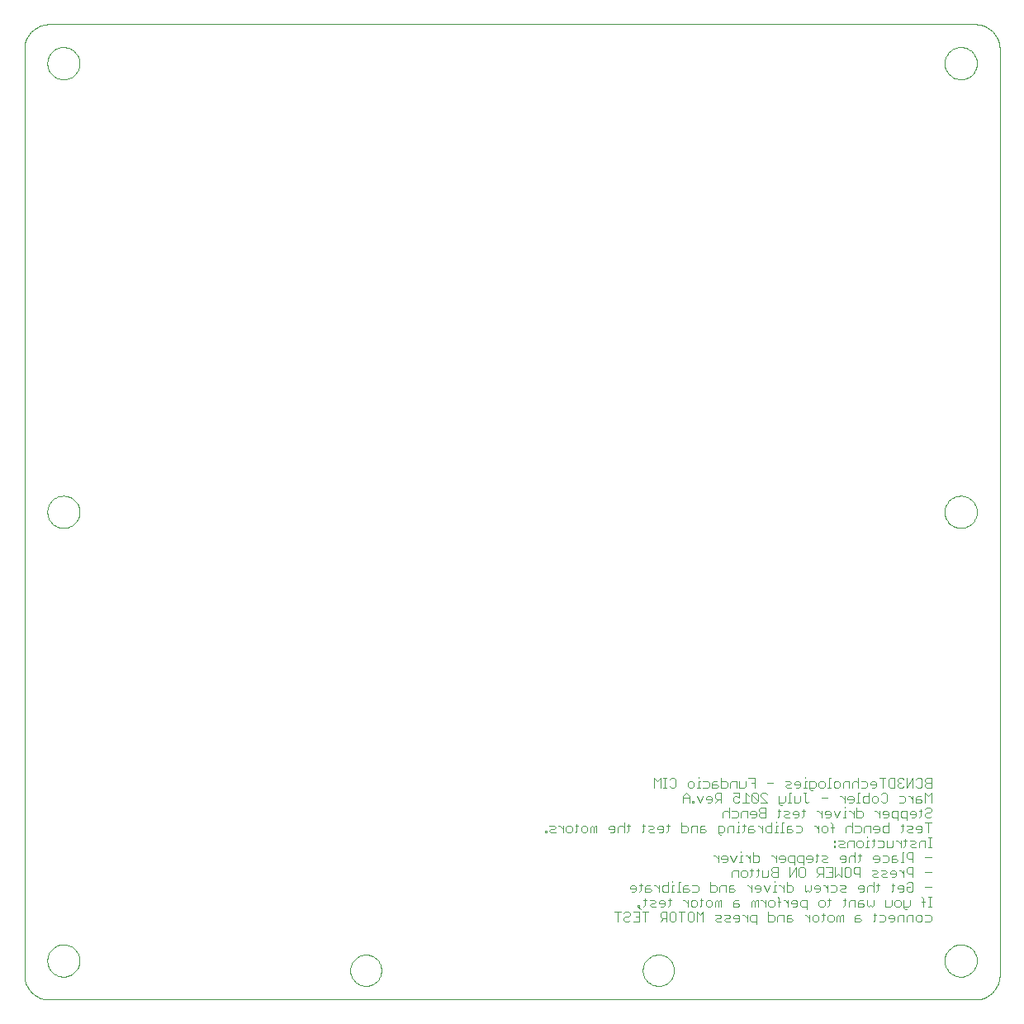
<source format=gbo>
G75*
%MOIN*%
%OFA0B0*%
%FSLAX24Y24*%
%IPPOS*%
%LPD*%
%AMOC8*
5,1,8,0,0,1.08239X$1,22.5*
%
%ADD10C,0.0000*%
%ADD11C,0.0030*%
D10*
X002361Y005618D02*
X039731Y005618D01*
X039791Y005620D01*
X039852Y005625D01*
X039911Y005634D01*
X039970Y005647D01*
X040029Y005663D01*
X040086Y005683D01*
X040141Y005706D01*
X040196Y005733D01*
X040248Y005762D01*
X040299Y005795D01*
X040348Y005831D01*
X040394Y005869D01*
X040438Y005911D01*
X040480Y005955D01*
X040518Y006001D01*
X040554Y006050D01*
X040587Y006101D01*
X040616Y006153D01*
X040643Y006208D01*
X040666Y006263D01*
X040686Y006320D01*
X040702Y006379D01*
X040715Y006438D01*
X040724Y006497D01*
X040729Y006558D01*
X040731Y006618D01*
X040731Y043988D01*
X040729Y044048D01*
X040724Y044109D01*
X040715Y044168D01*
X040702Y044227D01*
X040686Y044286D01*
X040666Y044343D01*
X040643Y044398D01*
X040616Y044453D01*
X040587Y044505D01*
X040554Y044556D01*
X040518Y044605D01*
X040480Y044651D01*
X040438Y044695D01*
X040394Y044737D01*
X040348Y044775D01*
X040299Y044811D01*
X040248Y044844D01*
X040196Y044873D01*
X040141Y044900D01*
X040086Y044923D01*
X040029Y044943D01*
X039970Y044959D01*
X039911Y044972D01*
X039852Y044981D01*
X039791Y044986D01*
X039731Y044988D01*
X002361Y044988D01*
X002301Y044986D01*
X002240Y044981D01*
X002181Y044972D01*
X002122Y044959D01*
X002063Y044943D01*
X002006Y044923D01*
X001951Y044900D01*
X001896Y044873D01*
X001844Y044844D01*
X001793Y044811D01*
X001744Y044775D01*
X001698Y044737D01*
X001654Y044695D01*
X001612Y044651D01*
X001574Y044605D01*
X001538Y044556D01*
X001505Y044505D01*
X001476Y044453D01*
X001449Y044398D01*
X001426Y044343D01*
X001406Y044286D01*
X001390Y044227D01*
X001377Y044168D01*
X001368Y044109D01*
X001363Y044048D01*
X001361Y043988D01*
X001361Y006618D01*
X001363Y006558D01*
X001368Y006497D01*
X001377Y006438D01*
X001390Y006379D01*
X001406Y006320D01*
X001426Y006263D01*
X001449Y006208D01*
X001476Y006153D01*
X001505Y006101D01*
X001538Y006050D01*
X001574Y006001D01*
X001612Y005955D01*
X001654Y005911D01*
X001698Y005869D01*
X001744Y005831D01*
X001793Y005795D01*
X001844Y005762D01*
X001896Y005733D01*
X001951Y005706D01*
X002006Y005683D01*
X002063Y005663D01*
X002122Y005647D01*
X002181Y005634D01*
X002240Y005625D01*
X002301Y005620D01*
X002361Y005618D01*
X002286Y007193D02*
X002288Y007243D01*
X002294Y007293D01*
X002304Y007343D01*
X002317Y007391D01*
X002334Y007439D01*
X002355Y007485D01*
X002379Y007529D01*
X002407Y007571D01*
X002438Y007611D01*
X002472Y007648D01*
X002509Y007683D01*
X002548Y007714D01*
X002589Y007743D01*
X002633Y007768D01*
X002679Y007790D01*
X002726Y007808D01*
X002774Y007822D01*
X002823Y007833D01*
X002873Y007840D01*
X002923Y007843D01*
X002974Y007842D01*
X003024Y007837D01*
X003074Y007828D01*
X003122Y007816D01*
X003170Y007799D01*
X003216Y007779D01*
X003261Y007756D01*
X003304Y007729D01*
X003344Y007699D01*
X003382Y007666D01*
X003417Y007630D01*
X003450Y007591D01*
X003479Y007550D01*
X003505Y007507D01*
X003528Y007462D01*
X003547Y007415D01*
X003562Y007367D01*
X003574Y007318D01*
X003582Y007268D01*
X003586Y007218D01*
X003586Y007168D01*
X003582Y007118D01*
X003574Y007068D01*
X003562Y007019D01*
X003547Y006971D01*
X003528Y006924D01*
X003505Y006879D01*
X003479Y006836D01*
X003450Y006795D01*
X003417Y006756D01*
X003382Y006720D01*
X003344Y006687D01*
X003304Y006657D01*
X003261Y006630D01*
X003216Y006607D01*
X003170Y006587D01*
X003122Y006570D01*
X003074Y006558D01*
X003024Y006549D01*
X002974Y006544D01*
X002923Y006543D01*
X002873Y006546D01*
X002823Y006553D01*
X002774Y006564D01*
X002726Y006578D01*
X002679Y006596D01*
X002633Y006618D01*
X002589Y006643D01*
X002548Y006672D01*
X002509Y006703D01*
X002472Y006738D01*
X002438Y006775D01*
X002407Y006815D01*
X002379Y006857D01*
X002355Y006901D01*
X002334Y006947D01*
X002317Y006995D01*
X002304Y007043D01*
X002294Y007093D01*
X002288Y007143D01*
X002286Y007193D01*
X014511Y006799D02*
X014513Y006849D01*
X014519Y006899D01*
X014529Y006948D01*
X014543Y006996D01*
X014560Y007043D01*
X014581Y007088D01*
X014606Y007132D01*
X014634Y007173D01*
X014666Y007212D01*
X014700Y007249D01*
X014737Y007283D01*
X014777Y007313D01*
X014819Y007340D01*
X014863Y007364D01*
X014909Y007385D01*
X014956Y007401D01*
X015004Y007414D01*
X015054Y007423D01*
X015103Y007428D01*
X015154Y007429D01*
X015204Y007426D01*
X015253Y007419D01*
X015302Y007408D01*
X015350Y007393D01*
X015396Y007375D01*
X015441Y007353D01*
X015484Y007327D01*
X015525Y007298D01*
X015564Y007266D01*
X015600Y007231D01*
X015632Y007193D01*
X015662Y007153D01*
X015689Y007110D01*
X015712Y007066D01*
X015731Y007020D01*
X015747Y006972D01*
X015759Y006923D01*
X015767Y006874D01*
X015771Y006824D01*
X015771Y006774D01*
X015767Y006724D01*
X015759Y006675D01*
X015747Y006626D01*
X015731Y006578D01*
X015712Y006532D01*
X015689Y006488D01*
X015662Y006445D01*
X015632Y006405D01*
X015600Y006367D01*
X015564Y006332D01*
X015525Y006300D01*
X015484Y006271D01*
X015441Y006245D01*
X015396Y006223D01*
X015350Y006205D01*
X015302Y006190D01*
X015253Y006179D01*
X015204Y006172D01*
X015154Y006169D01*
X015103Y006170D01*
X015054Y006175D01*
X015004Y006184D01*
X014956Y006197D01*
X014909Y006213D01*
X014863Y006234D01*
X014819Y006258D01*
X014777Y006285D01*
X014737Y006315D01*
X014700Y006349D01*
X014666Y006386D01*
X014634Y006425D01*
X014606Y006466D01*
X014581Y006510D01*
X014560Y006555D01*
X014543Y006602D01*
X014529Y006650D01*
X014519Y006699D01*
X014513Y006749D01*
X014511Y006799D01*
X026322Y006799D02*
X026324Y006849D01*
X026330Y006899D01*
X026340Y006948D01*
X026354Y006996D01*
X026371Y007043D01*
X026392Y007088D01*
X026417Y007132D01*
X026445Y007173D01*
X026477Y007212D01*
X026511Y007249D01*
X026548Y007283D01*
X026588Y007313D01*
X026630Y007340D01*
X026674Y007364D01*
X026720Y007385D01*
X026767Y007401D01*
X026815Y007414D01*
X026865Y007423D01*
X026914Y007428D01*
X026965Y007429D01*
X027015Y007426D01*
X027064Y007419D01*
X027113Y007408D01*
X027161Y007393D01*
X027207Y007375D01*
X027252Y007353D01*
X027295Y007327D01*
X027336Y007298D01*
X027375Y007266D01*
X027411Y007231D01*
X027443Y007193D01*
X027473Y007153D01*
X027500Y007110D01*
X027523Y007066D01*
X027542Y007020D01*
X027558Y006972D01*
X027570Y006923D01*
X027578Y006874D01*
X027582Y006824D01*
X027582Y006774D01*
X027578Y006724D01*
X027570Y006675D01*
X027558Y006626D01*
X027542Y006578D01*
X027523Y006532D01*
X027500Y006488D01*
X027473Y006445D01*
X027443Y006405D01*
X027411Y006367D01*
X027375Y006332D01*
X027336Y006300D01*
X027295Y006271D01*
X027252Y006245D01*
X027207Y006223D01*
X027161Y006205D01*
X027113Y006190D01*
X027064Y006179D01*
X027015Y006172D01*
X026965Y006169D01*
X026914Y006170D01*
X026865Y006175D01*
X026815Y006184D01*
X026767Y006197D01*
X026720Y006213D01*
X026674Y006234D01*
X026630Y006258D01*
X026588Y006285D01*
X026548Y006315D01*
X026511Y006349D01*
X026477Y006386D01*
X026445Y006425D01*
X026417Y006466D01*
X026392Y006510D01*
X026371Y006555D01*
X026354Y006602D01*
X026340Y006650D01*
X026330Y006699D01*
X026324Y006749D01*
X026322Y006799D01*
X038506Y007193D02*
X038508Y007243D01*
X038514Y007293D01*
X038524Y007343D01*
X038537Y007391D01*
X038554Y007439D01*
X038575Y007485D01*
X038599Y007529D01*
X038627Y007571D01*
X038658Y007611D01*
X038692Y007648D01*
X038729Y007683D01*
X038768Y007714D01*
X038809Y007743D01*
X038853Y007768D01*
X038899Y007790D01*
X038946Y007808D01*
X038994Y007822D01*
X039043Y007833D01*
X039093Y007840D01*
X039143Y007843D01*
X039194Y007842D01*
X039244Y007837D01*
X039294Y007828D01*
X039342Y007816D01*
X039390Y007799D01*
X039436Y007779D01*
X039481Y007756D01*
X039524Y007729D01*
X039564Y007699D01*
X039602Y007666D01*
X039637Y007630D01*
X039670Y007591D01*
X039699Y007550D01*
X039725Y007507D01*
X039748Y007462D01*
X039767Y007415D01*
X039782Y007367D01*
X039794Y007318D01*
X039802Y007268D01*
X039806Y007218D01*
X039806Y007168D01*
X039802Y007118D01*
X039794Y007068D01*
X039782Y007019D01*
X039767Y006971D01*
X039748Y006924D01*
X039725Y006879D01*
X039699Y006836D01*
X039670Y006795D01*
X039637Y006756D01*
X039602Y006720D01*
X039564Y006687D01*
X039524Y006657D01*
X039481Y006630D01*
X039436Y006607D01*
X039390Y006587D01*
X039342Y006570D01*
X039294Y006558D01*
X039244Y006549D01*
X039194Y006544D01*
X039143Y006543D01*
X039093Y006546D01*
X039043Y006553D01*
X038994Y006564D01*
X038946Y006578D01*
X038899Y006596D01*
X038853Y006618D01*
X038809Y006643D01*
X038768Y006672D01*
X038729Y006703D01*
X038692Y006738D01*
X038658Y006775D01*
X038627Y006815D01*
X038599Y006857D01*
X038575Y006901D01*
X038554Y006947D01*
X038537Y006995D01*
X038524Y007043D01*
X038514Y007093D01*
X038508Y007143D01*
X038506Y007193D01*
X038506Y025303D02*
X038508Y025353D01*
X038514Y025403D01*
X038524Y025453D01*
X038537Y025501D01*
X038554Y025549D01*
X038575Y025595D01*
X038599Y025639D01*
X038627Y025681D01*
X038658Y025721D01*
X038692Y025758D01*
X038729Y025793D01*
X038768Y025824D01*
X038809Y025853D01*
X038853Y025878D01*
X038899Y025900D01*
X038946Y025918D01*
X038994Y025932D01*
X039043Y025943D01*
X039093Y025950D01*
X039143Y025953D01*
X039194Y025952D01*
X039244Y025947D01*
X039294Y025938D01*
X039342Y025926D01*
X039390Y025909D01*
X039436Y025889D01*
X039481Y025866D01*
X039524Y025839D01*
X039564Y025809D01*
X039602Y025776D01*
X039637Y025740D01*
X039670Y025701D01*
X039699Y025660D01*
X039725Y025617D01*
X039748Y025572D01*
X039767Y025525D01*
X039782Y025477D01*
X039794Y025428D01*
X039802Y025378D01*
X039806Y025328D01*
X039806Y025278D01*
X039802Y025228D01*
X039794Y025178D01*
X039782Y025129D01*
X039767Y025081D01*
X039748Y025034D01*
X039725Y024989D01*
X039699Y024946D01*
X039670Y024905D01*
X039637Y024866D01*
X039602Y024830D01*
X039564Y024797D01*
X039524Y024767D01*
X039481Y024740D01*
X039436Y024717D01*
X039390Y024697D01*
X039342Y024680D01*
X039294Y024668D01*
X039244Y024659D01*
X039194Y024654D01*
X039143Y024653D01*
X039093Y024656D01*
X039043Y024663D01*
X038994Y024674D01*
X038946Y024688D01*
X038899Y024706D01*
X038853Y024728D01*
X038809Y024753D01*
X038768Y024782D01*
X038729Y024813D01*
X038692Y024848D01*
X038658Y024885D01*
X038627Y024925D01*
X038599Y024967D01*
X038575Y025011D01*
X038554Y025057D01*
X038537Y025105D01*
X038524Y025153D01*
X038514Y025203D01*
X038508Y025253D01*
X038506Y025303D01*
X038506Y043413D02*
X038508Y043463D01*
X038514Y043513D01*
X038524Y043563D01*
X038537Y043611D01*
X038554Y043659D01*
X038575Y043705D01*
X038599Y043749D01*
X038627Y043791D01*
X038658Y043831D01*
X038692Y043868D01*
X038729Y043903D01*
X038768Y043934D01*
X038809Y043963D01*
X038853Y043988D01*
X038899Y044010D01*
X038946Y044028D01*
X038994Y044042D01*
X039043Y044053D01*
X039093Y044060D01*
X039143Y044063D01*
X039194Y044062D01*
X039244Y044057D01*
X039294Y044048D01*
X039342Y044036D01*
X039390Y044019D01*
X039436Y043999D01*
X039481Y043976D01*
X039524Y043949D01*
X039564Y043919D01*
X039602Y043886D01*
X039637Y043850D01*
X039670Y043811D01*
X039699Y043770D01*
X039725Y043727D01*
X039748Y043682D01*
X039767Y043635D01*
X039782Y043587D01*
X039794Y043538D01*
X039802Y043488D01*
X039806Y043438D01*
X039806Y043388D01*
X039802Y043338D01*
X039794Y043288D01*
X039782Y043239D01*
X039767Y043191D01*
X039748Y043144D01*
X039725Y043099D01*
X039699Y043056D01*
X039670Y043015D01*
X039637Y042976D01*
X039602Y042940D01*
X039564Y042907D01*
X039524Y042877D01*
X039481Y042850D01*
X039436Y042827D01*
X039390Y042807D01*
X039342Y042790D01*
X039294Y042778D01*
X039244Y042769D01*
X039194Y042764D01*
X039143Y042763D01*
X039093Y042766D01*
X039043Y042773D01*
X038994Y042784D01*
X038946Y042798D01*
X038899Y042816D01*
X038853Y042838D01*
X038809Y042863D01*
X038768Y042892D01*
X038729Y042923D01*
X038692Y042958D01*
X038658Y042995D01*
X038627Y043035D01*
X038599Y043077D01*
X038575Y043121D01*
X038554Y043167D01*
X038537Y043215D01*
X038524Y043263D01*
X038514Y043313D01*
X038508Y043363D01*
X038506Y043413D01*
X002286Y043413D02*
X002288Y043463D01*
X002294Y043513D01*
X002304Y043563D01*
X002317Y043611D01*
X002334Y043659D01*
X002355Y043705D01*
X002379Y043749D01*
X002407Y043791D01*
X002438Y043831D01*
X002472Y043868D01*
X002509Y043903D01*
X002548Y043934D01*
X002589Y043963D01*
X002633Y043988D01*
X002679Y044010D01*
X002726Y044028D01*
X002774Y044042D01*
X002823Y044053D01*
X002873Y044060D01*
X002923Y044063D01*
X002974Y044062D01*
X003024Y044057D01*
X003074Y044048D01*
X003122Y044036D01*
X003170Y044019D01*
X003216Y043999D01*
X003261Y043976D01*
X003304Y043949D01*
X003344Y043919D01*
X003382Y043886D01*
X003417Y043850D01*
X003450Y043811D01*
X003479Y043770D01*
X003505Y043727D01*
X003528Y043682D01*
X003547Y043635D01*
X003562Y043587D01*
X003574Y043538D01*
X003582Y043488D01*
X003586Y043438D01*
X003586Y043388D01*
X003582Y043338D01*
X003574Y043288D01*
X003562Y043239D01*
X003547Y043191D01*
X003528Y043144D01*
X003505Y043099D01*
X003479Y043056D01*
X003450Y043015D01*
X003417Y042976D01*
X003382Y042940D01*
X003344Y042907D01*
X003304Y042877D01*
X003261Y042850D01*
X003216Y042827D01*
X003170Y042807D01*
X003122Y042790D01*
X003074Y042778D01*
X003024Y042769D01*
X002974Y042764D01*
X002923Y042763D01*
X002873Y042766D01*
X002823Y042773D01*
X002774Y042784D01*
X002726Y042798D01*
X002679Y042816D01*
X002633Y042838D01*
X002589Y042863D01*
X002548Y042892D01*
X002509Y042923D01*
X002472Y042958D01*
X002438Y042995D01*
X002407Y043035D01*
X002379Y043077D01*
X002355Y043121D01*
X002334Y043167D01*
X002317Y043215D01*
X002304Y043263D01*
X002294Y043313D01*
X002288Y043363D01*
X002286Y043413D01*
X002286Y025303D02*
X002288Y025353D01*
X002294Y025403D01*
X002304Y025453D01*
X002317Y025501D01*
X002334Y025549D01*
X002355Y025595D01*
X002379Y025639D01*
X002407Y025681D01*
X002438Y025721D01*
X002472Y025758D01*
X002509Y025793D01*
X002548Y025824D01*
X002589Y025853D01*
X002633Y025878D01*
X002679Y025900D01*
X002726Y025918D01*
X002774Y025932D01*
X002823Y025943D01*
X002873Y025950D01*
X002923Y025953D01*
X002974Y025952D01*
X003024Y025947D01*
X003074Y025938D01*
X003122Y025926D01*
X003170Y025909D01*
X003216Y025889D01*
X003261Y025866D01*
X003304Y025839D01*
X003344Y025809D01*
X003382Y025776D01*
X003417Y025740D01*
X003450Y025701D01*
X003479Y025660D01*
X003505Y025617D01*
X003528Y025572D01*
X003547Y025525D01*
X003562Y025477D01*
X003574Y025428D01*
X003582Y025378D01*
X003586Y025328D01*
X003586Y025278D01*
X003582Y025228D01*
X003574Y025178D01*
X003562Y025129D01*
X003547Y025081D01*
X003528Y025034D01*
X003505Y024989D01*
X003479Y024946D01*
X003450Y024905D01*
X003417Y024866D01*
X003382Y024830D01*
X003344Y024797D01*
X003304Y024767D01*
X003261Y024740D01*
X003216Y024717D01*
X003170Y024697D01*
X003122Y024680D01*
X003074Y024668D01*
X003024Y024659D01*
X002974Y024654D01*
X002923Y024653D01*
X002873Y024656D01*
X002823Y024663D01*
X002774Y024674D01*
X002726Y024688D01*
X002679Y024706D01*
X002633Y024728D01*
X002589Y024753D01*
X002548Y024782D01*
X002509Y024813D01*
X002472Y024848D01*
X002438Y024885D01*
X002407Y024925D01*
X002379Y024967D01*
X002355Y025011D01*
X002334Y025057D01*
X002317Y025105D01*
X002304Y025153D01*
X002294Y025203D01*
X002288Y025253D01*
X002286Y025303D01*
D11*
X022368Y012444D02*
X022368Y012382D01*
X022430Y012382D01*
X022430Y012444D01*
X022368Y012444D01*
X022551Y012444D02*
X022613Y012506D01*
X022736Y012506D01*
X022798Y012567D01*
X022736Y012629D01*
X022551Y012629D01*
X022551Y012444D02*
X022613Y012382D01*
X022798Y012382D01*
X022920Y012629D02*
X022981Y012629D01*
X023105Y012506D01*
X023105Y012629D02*
X023105Y012382D01*
X023226Y012444D02*
X023226Y012567D01*
X023288Y012629D01*
X023412Y012629D01*
X023473Y012567D01*
X023473Y012444D01*
X023412Y012382D01*
X023288Y012382D01*
X023226Y012444D01*
X023595Y012382D02*
X023657Y012444D01*
X023657Y012691D01*
X023719Y012629D02*
X023595Y012629D01*
X023840Y012567D02*
X023902Y012629D01*
X024025Y012629D01*
X024087Y012567D01*
X024087Y012444D01*
X024025Y012382D01*
X023902Y012382D01*
X023840Y012444D01*
X023840Y012567D01*
X024209Y012567D02*
X024209Y012382D01*
X024332Y012382D02*
X024332Y012567D01*
X024270Y012629D01*
X024209Y012567D01*
X024332Y012567D02*
X024394Y012629D01*
X024455Y012629D01*
X024455Y012382D01*
X024945Y012506D02*
X024945Y012567D01*
X025007Y012629D01*
X025130Y012629D01*
X025192Y012567D01*
X025192Y012444D01*
X025130Y012382D01*
X025007Y012382D01*
X024945Y012506D02*
X025192Y012506D01*
X025313Y012567D02*
X025313Y012382D01*
X025313Y012567D02*
X025375Y012629D01*
X025499Y012629D01*
X025560Y012567D01*
X025682Y012629D02*
X025806Y012629D01*
X025744Y012691D02*
X025744Y012444D01*
X025682Y012382D01*
X025560Y012382D02*
X025560Y012753D01*
X026296Y012629D02*
X026420Y012629D01*
X026358Y012691D02*
X026358Y012444D01*
X026296Y012382D01*
X026541Y012444D02*
X026603Y012506D01*
X026726Y012506D01*
X026788Y012567D01*
X026726Y012629D01*
X026541Y012629D01*
X026541Y012444D02*
X026603Y012382D01*
X026788Y012382D01*
X026910Y012506D02*
X027156Y012506D01*
X027156Y012567D02*
X027156Y012444D01*
X027095Y012382D01*
X026971Y012382D01*
X026910Y012506D02*
X026910Y012567D01*
X026971Y012629D01*
X027095Y012629D01*
X027156Y012567D01*
X027278Y012629D02*
X027402Y012629D01*
X027340Y012691D02*
X027340Y012444D01*
X027278Y012382D01*
X027892Y012382D02*
X027892Y012753D01*
X027892Y012629D02*
X028077Y012629D01*
X028139Y012567D01*
X028139Y012444D01*
X028077Y012382D01*
X027892Y012382D01*
X028260Y012382D02*
X028260Y012567D01*
X028322Y012629D01*
X028507Y012629D01*
X028507Y012382D01*
X028628Y012382D02*
X028628Y012567D01*
X028690Y012629D01*
X028813Y012629D01*
X028813Y012506D02*
X028628Y012506D01*
X028628Y012382D02*
X028813Y012382D01*
X028875Y012444D01*
X028813Y012506D01*
X029365Y012629D02*
X029550Y012629D01*
X029612Y012567D01*
X029612Y012444D01*
X029550Y012382D01*
X029365Y012382D01*
X029365Y012321D02*
X029365Y012629D01*
X029365Y012321D02*
X029427Y012259D01*
X029488Y012259D01*
X029733Y012382D02*
X029733Y012567D01*
X029795Y012629D01*
X029980Y012629D01*
X029980Y012382D01*
X030102Y012382D02*
X030226Y012382D01*
X030164Y012382D02*
X030164Y012629D01*
X030226Y012629D01*
X030348Y012629D02*
X030471Y012629D01*
X030409Y012691D02*
X030409Y012444D01*
X030348Y012382D01*
X030593Y012382D02*
X030593Y012567D01*
X030654Y012629D01*
X030778Y012629D01*
X030778Y012506D02*
X030593Y012506D01*
X030593Y012382D02*
X030778Y012382D01*
X030840Y012444D01*
X030778Y012506D01*
X030961Y012629D02*
X031023Y012629D01*
X031146Y012506D01*
X031146Y012629D02*
X031146Y012382D01*
X031268Y012444D02*
X031268Y012567D01*
X031330Y012629D01*
X031515Y012629D01*
X031515Y012753D02*
X031515Y012382D01*
X031330Y012382D01*
X031268Y012444D01*
X031637Y012382D02*
X031760Y012382D01*
X031699Y012382D02*
X031699Y012629D01*
X031760Y012629D01*
X031699Y012753D02*
X031699Y012814D01*
X031760Y012982D02*
X031821Y013044D01*
X031821Y013291D01*
X031760Y013229D02*
X031883Y013229D01*
X032005Y013229D02*
X032190Y013229D01*
X032251Y013167D01*
X032190Y013106D01*
X032066Y013106D01*
X032005Y013044D01*
X032066Y012982D01*
X032251Y012982D01*
X032373Y013106D02*
X032620Y013106D01*
X032620Y013167D02*
X032558Y013229D01*
X032435Y013229D01*
X032373Y013167D01*
X032373Y013106D01*
X032435Y012982D02*
X032558Y012982D01*
X032620Y013044D01*
X032620Y013167D01*
X032742Y013229D02*
X032865Y013229D01*
X032804Y013291D02*
X032804Y013044D01*
X032742Y012982D01*
X032681Y012629D02*
X032742Y012567D01*
X032742Y012444D01*
X032681Y012382D01*
X032496Y012382D01*
X032374Y012444D02*
X032312Y012506D01*
X032127Y012506D01*
X032127Y012567D02*
X032127Y012382D01*
X032312Y012382D01*
X032374Y012444D01*
X032312Y012629D02*
X032189Y012629D01*
X032127Y012567D01*
X032006Y012382D02*
X031882Y012382D01*
X031944Y012382D02*
X031944Y012753D01*
X032006Y012753D01*
X032496Y012629D02*
X032681Y012629D01*
X033233Y012629D02*
X033294Y012629D01*
X033418Y012506D01*
X033418Y012629D02*
X033418Y012382D01*
X033539Y012444D02*
X033539Y012567D01*
X033601Y012629D01*
X033724Y012629D01*
X033786Y012567D01*
X033786Y012444D01*
X033724Y012382D01*
X033601Y012382D01*
X033539Y012444D01*
X033908Y012567D02*
X034032Y012567D01*
X033970Y012691D02*
X033908Y012753D01*
X033970Y012691D02*
X033970Y012382D01*
X034031Y012029D02*
X034031Y011967D01*
X034093Y011967D01*
X034093Y012029D01*
X034031Y012029D01*
X034214Y012029D02*
X034400Y012029D01*
X034461Y011967D01*
X034400Y011906D01*
X034276Y011906D01*
X034214Y011844D01*
X034276Y011782D01*
X034461Y011782D01*
X034583Y011782D02*
X034583Y011967D01*
X034644Y012029D01*
X034830Y012029D01*
X034830Y011782D01*
X034951Y011844D02*
X034951Y011967D01*
X035013Y012029D01*
X035136Y012029D01*
X035198Y011967D01*
X035198Y011844D01*
X035136Y011782D01*
X035013Y011782D01*
X034951Y011844D01*
X034891Y011553D02*
X034891Y011182D01*
X035013Y011182D02*
X035075Y011244D01*
X035075Y011491D01*
X035137Y011429D02*
X035013Y011429D01*
X034891Y011367D02*
X034829Y011429D01*
X034706Y011429D01*
X034644Y011367D01*
X034644Y011182D01*
X034523Y011244D02*
X034523Y011367D01*
X034461Y011429D01*
X034338Y011429D01*
X034276Y011367D01*
X034276Y011306D01*
X034523Y011306D01*
X034523Y011244D02*
X034461Y011182D01*
X034338Y011182D01*
X034339Y010953D02*
X034339Y010582D01*
X034215Y010706D01*
X034092Y010582D01*
X034092Y010953D01*
X033970Y010953D02*
X033970Y010582D01*
X033723Y010582D01*
X033602Y010582D02*
X033602Y010953D01*
X033417Y010953D01*
X033355Y010891D01*
X033355Y010767D01*
X033417Y010706D01*
X033602Y010706D01*
X033478Y010706D02*
X033355Y010582D01*
X033294Y010229D02*
X033232Y010167D01*
X033232Y010106D01*
X033479Y010106D01*
X033479Y010167D02*
X033417Y010229D01*
X033294Y010229D01*
X033111Y010229D02*
X033111Y010044D01*
X033049Y009982D01*
X032987Y010044D01*
X032926Y009982D01*
X032864Y010044D01*
X032864Y010229D01*
X032804Y010582D02*
X032680Y010582D01*
X032618Y010644D01*
X032618Y010891D01*
X032680Y010953D01*
X032804Y010953D01*
X032865Y010891D01*
X032865Y010644D01*
X032804Y010582D01*
X032497Y010582D02*
X032497Y010953D01*
X032250Y010582D01*
X032250Y010953D01*
X032436Y011059D02*
X032436Y011429D01*
X032250Y011429D01*
X032189Y011367D01*
X032189Y011244D01*
X032250Y011182D01*
X032436Y011182D01*
X032557Y011244D02*
X032619Y011182D01*
X032804Y011182D01*
X032804Y011059D02*
X032804Y011429D01*
X032619Y011429D01*
X032557Y011367D01*
X032557Y011244D01*
X032925Y011306D02*
X033172Y011306D01*
X033172Y011367D02*
X033110Y011429D01*
X032987Y011429D01*
X032925Y011367D01*
X032925Y011306D01*
X032987Y011182D02*
X033110Y011182D01*
X033172Y011244D01*
X033172Y011367D01*
X033294Y011429D02*
X033418Y011429D01*
X033356Y011491D02*
X033356Y011244D01*
X033294Y011182D01*
X033539Y011244D02*
X033601Y011306D01*
X033724Y011306D01*
X033786Y011367D01*
X033724Y011429D01*
X033539Y011429D01*
X033539Y011244D02*
X033601Y011182D01*
X033786Y011182D01*
X033723Y010953D02*
X033970Y010953D01*
X033970Y010767D02*
X033847Y010767D01*
X034460Y010644D02*
X034460Y010891D01*
X034522Y010953D01*
X034645Y010953D01*
X034707Y010891D01*
X034707Y010644D01*
X034645Y010582D01*
X034522Y010582D01*
X034460Y010644D01*
X034828Y010767D02*
X034890Y010706D01*
X035075Y010706D01*
X035075Y010582D02*
X035075Y010953D01*
X034890Y010953D01*
X034828Y010891D01*
X034828Y010767D01*
X035074Y010229D02*
X035012Y010167D01*
X035012Y010106D01*
X035259Y010106D01*
X035259Y010167D02*
X035198Y010229D01*
X035074Y010229D01*
X035259Y010167D02*
X035259Y010044D01*
X035198Y009982D01*
X035074Y009982D01*
X035381Y009982D02*
X035381Y010167D01*
X035442Y010229D01*
X035566Y010229D01*
X035628Y010167D01*
X035750Y010229D02*
X035873Y010229D01*
X035811Y010291D02*
X035811Y010044D01*
X035750Y009982D01*
X035628Y009982D02*
X035628Y010353D01*
X035627Y010582D02*
X035565Y010644D01*
X035627Y010706D01*
X035750Y010706D01*
X035812Y010767D01*
X035750Y010829D01*
X035565Y010829D01*
X035627Y010582D02*
X035812Y010582D01*
X035933Y010644D02*
X035995Y010706D01*
X036118Y010706D01*
X036180Y010767D01*
X036118Y010829D01*
X035933Y010829D01*
X035933Y010644D02*
X035995Y010582D01*
X036180Y010582D01*
X036302Y010706D02*
X036548Y010706D01*
X036548Y010767D02*
X036487Y010829D01*
X036363Y010829D01*
X036302Y010767D01*
X036302Y010706D01*
X036363Y010582D02*
X036487Y010582D01*
X036548Y010644D01*
X036548Y010767D01*
X036670Y010829D02*
X036732Y010829D01*
X036855Y010706D01*
X036855Y010829D02*
X036855Y010582D01*
X037038Y010706D02*
X037224Y010706D01*
X037224Y010582D02*
X037224Y010953D01*
X037038Y010953D01*
X036977Y010891D01*
X036977Y010767D01*
X037038Y010706D01*
X037038Y010353D02*
X037162Y010353D01*
X037224Y010291D01*
X037224Y010044D01*
X037162Y009982D01*
X037038Y009982D01*
X036977Y010044D01*
X036977Y010167D01*
X037100Y010167D01*
X036977Y010291D02*
X037038Y010353D01*
X036855Y010167D02*
X036794Y010229D01*
X036670Y010229D01*
X036608Y010167D01*
X036608Y010106D01*
X036855Y010106D01*
X036855Y010167D02*
X036855Y010044D01*
X036794Y009982D01*
X036670Y009982D01*
X036425Y010044D02*
X036364Y009982D01*
X036425Y010044D02*
X036425Y010291D01*
X036364Y010229D02*
X036487Y010229D01*
X036547Y009629D02*
X036671Y009629D01*
X036733Y009567D01*
X036733Y009444D01*
X036671Y009382D01*
X036547Y009382D01*
X036486Y009444D01*
X036486Y009567D01*
X036547Y009629D01*
X036364Y009629D02*
X036364Y009444D01*
X036303Y009382D01*
X036117Y009382D01*
X036117Y009629D01*
X035628Y009629D02*
X035628Y009444D01*
X035566Y009382D01*
X035504Y009444D01*
X035442Y009382D01*
X035381Y009444D01*
X035381Y009629D01*
X035198Y009629D02*
X035074Y009629D01*
X035012Y009567D01*
X035012Y009382D01*
X035198Y009382D01*
X035259Y009444D01*
X035198Y009506D01*
X035012Y009506D01*
X034891Y009629D02*
X034706Y009629D01*
X034644Y009567D01*
X034644Y009382D01*
X034461Y009444D02*
X034399Y009382D01*
X034461Y009444D02*
X034461Y009691D01*
X034523Y009629D02*
X034399Y009629D01*
X034338Y009982D02*
X034276Y010044D01*
X034338Y010106D01*
X034461Y010106D01*
X034523Y010167D01*
X034461Y010229D01*
X034276Y010229D01*
X034154Y010167D02*
X034154Y010044D01*
X034093Y009982D01*
X033907Y009982D01*
X033786Y009982D02*
X033786Y010229D01*
X033907Y010229D02*
X034093Y010229D01*
X034154Y010167D01*
X034338Y009982D02*
X034523Y009982D01*
X034891Y009629D02*
X034891Y009382D01*
X034951Y009029D02*
X034890Y008967D01*
X034890Y008782D01*
X035075Y008782D01*
X035137Y008844D01*
X035075Y008906D01*
X034890Y008906D01*
X034951Y009029D02*
X035075Y009029D01*
X035627Y009029D02*
X035750Y009029D01*
X035689Y009091D02*
X035689Y008844D01*
X035627Y008782D01*
X035872Y008782D02*
X036057Y008782D01*
X036119Y008844D01*
X036119Y008967D01*
X036057Y009029D01*
X035872Y009029D01*
X036240Y008967D02*
X036240Y008906D01*
X036487Y008906D01*
X036487Y008967D02*
X036425Y009029D01*
X036302Y009029D01*
X036240Y008967D01*
X036302Y008782D02*
X036425Y008782D01*
X036487Y008844D01*
X036487Y008967D01*
X036608Y008967D02*
X036608Y008782D01*
X036608Y008967D02*
X036670Y009029D01*
X036855Y009029D01*
X036855Y008782D01*
X036977Y008782D02*
X036977Y008967D01*
X037038Y009029D01*
X037224Y009029D01*
X037224Y008782D01*
X037345Y008844D02*
X037345Y008967D01*
X037407Y009029D01*
X037530Y009029D01*
X037592Y008967D01*
X037592Y008844D01*
X037530Y008782D01*
X037407Y008782D01*
X037345Y008844D01*
X037713Y008782D02*
X037899Y008782D01*
X037960Y008844D01*
X037960Y008967D01*
X037899Y009029D01*
X037713Y009029D01*
X037653Y009382D02*
X037653Y009691D01*
X037591Y009753D01*
X037591Y009567D02*
X037715Y009567D01*
X037837Y009382D02*
X037960Y009382D01*
X037899Y009382D02*
X037899Y009753D01*
X037960Y009753D02*
X037837Y009753D01*
X037960Y010167D02*
X037713Y010167D01*
X037101Y009629D02*
X037101Y009444D01*
X037039Y009382D01*
X036854Y009382D01*
X036854Y009321D02*
X036916Y009259D01*
X036977Y009259D01*
X036854Y009321D02*
X036854Y009629D01*
X037713Y010767D02*
X037960Y010767D01*
X037960Y011367D02*
X037713Y011367D01*
X037715Y011782D02*
X037715Y012029D01*
X037530Y012029D01*
X037468Y011967D01*
X037468Y011782D01*
X037346Y011782D02*
X037161Y011782D01*
X037100Y011844D01*
X037161Y011906D01*
X037285Y011906D01*
X037346Y011967D01*
X037285Y012029D01*
X037100Y012029D01*
X036978Y012029D02*
X036855Y012029D01*
X036916Y012091D02*
X036916Y011844D01*
X036855Y011782D01*
X036733Y011782D02*
X036733Y012029D01*
X036733Y011906D02*
X036609Y012029D01*
X036547Y012029D01*
X036426Y012029D02*
X036426Y011844D01*
X036364Y011782D01*
X036179Y011782D01*
X036179Y012029D01*
X036057Y011967D02*
X036057Y011844D01*
X035996Y011782D01*
X035810Y011782D01*
X035627Y011844D02*
X035566Y011782D01*
X035627Y011844D02*
X035627Y012091D01*
X035566Y012029D02*
X035689Y012029D01*
X035810Y012029D02*
X035996Y012029D01*
X036057Y011967D01*
X036056Y012382D02*
X035995Y012444D01*
X035995Y012567D01*
X036056Y012629D01*
X036241Y012629D01*
X036241Y012753D02*
X036241Y012382D01*
X036056Y012382D01*
X035873Y012444D02*
X035873Y012567D01*
X035811Y012629D01*
X035688Y012629D01*
X035626Y012567D01*
X035626Y012506D01*
X035873Y012506D01*
X035873Y012444D02*
X035811Y012382D01*
X035688Y012382D01*
X035505Y012382D02*
X035505Y012629D01*
X035320Y012629D01*
X035258Y012567D01*
X035258Y012382D01*
X035137Y012444D02*
X035075Y012382D01*
X034890Y012382D01*
X034768Y012382D02*
X034768Y012753D01*
X034706Y012629D02*
X034583Y012629D01*
X034521Y012567D01*
X034521Y012382D01*
X034768Y012567D02*
X034706Y012629D01*
X034890Y012629D02*
X035075Y012629D01*
X035137Y012567D01*
X035137Y012444D01*
X035382Y012214D02*
X035382Y012153D01*
X035382Y012029D02*
X035382Y011782D01*
X035443Y011782D02*
X035320Y011782D01*
X035382Y012029D02*
X035443Y012029D01*
X035688Y011429D02*
X035626Y011367D01*
X035626Y011306D01*
X035873Y011306D01*
X035873Y011367D02*
X035811Y011429D01*
X035688Y011429D01*
X035873Y011367D02*
X035873Y011244D01*
X035811Y011182D01*
X035688Y011182D01*
X035995Y011182D02*
X036180Y011182D01*
X036241Y011244D01*
X036241Y011367D01*
X036180Y011429D01*
X035995Y011429D01*
X036363Y011367D02*
X036363Y011182D01*
X036548Y011182D01*
X036610Y011244D01*
X036548Y011306D01*
X036363Y011306D01*
X036363Y011367D02*
X036425Y011429D01*
X036548Y011429D01*
X036794Y011553D02*
X036794Y011182D01*
X036855Y011182D02*
X036732Y011182D01*
X036977Y011367D02*
X037038Y011306D01*
X037224Y011306D01*
X037224Y011182D02*
X037224Y011553D01*
X037038Y011553D01*
X036977Y011491D01*
X036977Y011367D01*
X036855Y011553D02*
X036794Y011553D01*
X036732Y012382D02*
X036794Y012444D01*
X036794Y012691D01*
X036855Y012629D02*
X036732Y012629D01*
X036977Y012629D02*
X037162Y012629D01*
X037224Y012567D01*
X037162Y012506D01*
X037038Y012506D01*
X036977Y012444D01*
X037038Y012382D01*
X037224Y012382D01*
X037345Y012506D02*
X037345Y012567D01*
X037407Y012629D01*
X037530Y012629D01*
X037592Y012567D01*
X037592Y012444D01*
X037530Y012382D01*
X037407Y012382D01*
X037345Y012506D02*
X037592Y012506D01*
X037837Y012382D02*
X037837Y012753D01*
X037960Y012753D02*
X037713Y012753D01*
X037775Y012982D02*
X037713Y013044D01*
X037713Y013106D01*
X037775Y013167D01*
X037899Y013167D01*
X037960Y013229D01*
X037960Y013291D01*
X037899Y013353D01*
X037775Y013353D01*
X037713Y013291D01*
X037592Y013229D02*
X037469Y013229D01*
X037530Y013291D02*
X037530Y013044D01*
X037469Y012982D01*
X037346Y013044D02*
X037285Y012982D01*
X037161Y012982D01*
X037100Y013106D02*
X037346Y013106D01*
X037346Y013167D02*
X037285Y013229D01*
X037161Y013229D01*
X037100Y013167D01*
X037100Y013106D01*
X036978Y013229D02*
X036793Y013229D01*
X036731Y013167D01*
X036731Y013044D01*
X036793Y012982D01*
X036978Y012982D01*
X036978Y012859D02*
X036978Y013229D01*
X036610Y013229D02*
X036610Y012859D01*
X036610Y012982D02*
X036425Y012982D01*
X036363Y013044D01*
X036363Y013167D01*
X036425Y013229D01*
X036610Y013229D01*
X036670Y013582D02*
X036855Y013582D01*
X036917Y013644D01*
X036917Y013767D01*
X036855Y013829D01*
X036670Y013829D01*
X036670Y014182D02*
X036794Y014182D01*
X036855Y014244D01*
X036977Y014182D02*
X036977Y014553D01*
X036855Y014491D02*
X036794Y014553D01*
X036670Y014553D01*
X036608Y014491D01*
X036608Y014429D01*
X036670Y014367D01*
X036608Y014306D01*
X036608Y014244D01*
X036670Y014182D01*
X036487Y014182D02*
X036302Y014182D01*
X036240Y014244D01*
X036240Y014491D01*
X036302Y014553D01*
X036487Y014553D01*
X036487Y014182D01*
X036670Y014367D02*
X036732Y014367D01*
X036977Y014182D02*
X037224Y014553D01*
X037224Y014182D01*
X037345Y014244D02*
X037407Y014182D01*
X037530Y014182D01*
X037592Y014244D01*
X037592Y014491D01*
X037530Y014553D01*
X037407Y014553D01*
X037345Y014491D01*
X037713Y014491D02*
X037713Y014429D01*
X037775Y014367D01*
X037960Y014367D01*
X037960Y014182D02*
X037775Y014182D01*
X037713Y014244D01*
X037713Y014306D01*
X037775Y014367D01*
X037713Y014491D02*
X037775Y014553D01*
X037960Y014553D01*
X037960Y014182D01*
X037960Y013953D02*
X037837Y013829D01*
X037713Y013953D01*
X037713Y013582D01*
X037592Y013644D02*
X037530Y013706D01*
X037345Y013706D01*
X037345Y013767D02*
X037345Y013582D01*
X037530Y013582D01*
X037592Y013644D01*
X037530Y013829D02*
X037407Y013829D01*
X037345Y013767D01*
X037224Y013706D02*
X037100Y013829D01*
X037038Y013829D01*
X037224Y013829D02*
X037224Y013582D01*
X037346Y013167D02*
X037346Y013044D01*
X037775Y012982D02*
X037899Y012982D01*
X037960Y013044D01*
X037960Y013582D02*
X037960Y013953D01*
X036180Y013891D02*
X036180Y013644D01*
X036118Y013582D01*
X035995Y013582D01*
X035933Y013644D01*
X035812Y013644D02*
X035750Y013582D01*
X035627Y013582D01*
X035565Y013644D01*
X035565Y013767D01*
X035627Y013829D01*
X035750Y013829D01*
X035812Y013767D01*
X035812Y013644D01*
X035933Y013891D02*
X035995Y013953D01*
X036118Y013953D01*
X036180Y013891D01*
X035995Y014182D02*
X035995Y014553D01*
X035872Y014553D02*
X036119Y014553D01*
X035750Y014367D02*
X035689Y014429D01*
X035565Y014429D01*
X035504Y014367D01*
X035504Y014306D01*
X035750Y014306D01*
X035750Y014367D02*
X035750Y014244D01*
X035689Y014182D01*
X035565Y014182D01*
X035382Y014244D02*
X035320Y014182D01*
X035135Y014182D01*
X035014Y014182D02*
X035014Y014553D01*
X034952Y014429D02*
X035014Y014367D01*
X034952Y014429D02*
X034829Y014429D01*
X034767Y014367D01*
X034767Y014182D01*
X034645Y014182D02*
X034645Y014429D01*
X034460Y014429D01*
X034399Y014367D01*
X034399Y014182D01*
X034277Y014244D02*
X034215Y014182D01*
X034092Y014182D01*
X034030Y014244D01*
X034030Y014367D01*
X034092Y014429D01*
X034215Y014429D01*
X034277Y014367D01*
X034277Y014244D01*
X033909Y014182D02*
X033785Y014182D01*
X033847Y014182D02*
X033847Y014553D01*
X033909Y014553D01*
X033663Y014367D02*
X033602Y014429D01*
X033478Y014429D01*
X033416Y014367D01*
X033416Y014244D01*
X033478Y014182D01*
X033602Y014182D01*
X033663Y014244D01*
X033663Y014367D01*
X033295Y014367D02*
X033233Y014429D01*
X033048Y014429D01*
X033048Y014121D01*
X033110Y014059D01*
X033172Y014059D01*
X033233Y014182D02*
X033048Y014182D01*
X032927Y014182D02*
X032803Y014182D01*
X032865Y014182D02*
X032865Y014429D01*
X032927Y014429D01*
X032865Y014553D02*
X032865Y014614D01*
X032619Y014429D02*
X032681Y014367D01*
X032681Y014244D01*
X032619Y014182D01*
X032496Y014182D01*
X032434Y014306D02*
X032681Y014306D01*
X032619Y014429D02*
X032496Y014429D01*
X032434Y014367D01*
X032434Y014306D01*
X032313Y014367D02*
X032251Y014429D01*
X032066Y014429D01*
X032128Y014306D02*
X032251Y014306D01*
X032313Y014367D01*
X032313Y014182D02*
X032128Y014182D01*
X032066Y014244D01*
X032128Y014306D01*
X032251Y013953D02*
X032251Y013582D01*
X032313Y013582D02*
X032189Y013582D01*
X032067Y013644D02*
X032006Y013582D01*
X031820Y013582D01*
X031820Y013521D02*
X031882Y013459D01*
X031944Y013459D01*
X031820Y013521D02*
X031820Y013829D01*
X032067Y013829D02*
X032067Y013644D01*
X032251Y013953D02*
X032313Y013953D01*
X032434Y013829D02*
X032434Y013582D01*
X032619Y013582D01*
X032681Y013644D01*
X032681Y013829D01*
X032803Y013953D02*
X032926Y013953D01*
X032864Y013953D02*
X032864Y013644D01*
X032926Y013582D01*
X032988Y013582D01*
X033049Y013644D01*
X033539Y013767D02*
X033786Y013767D01*
X034276Y013829D02*
X034338Y013829D01*
X034461Y013706D01*
X034583Y013706D02*
X034830Y013706D01*
X034830Y013767D02*
X034768Y013829D01*
X034644Y013829D01*
X034583Y013767D01*
X034583Y013706D01*
X034644Y013582D02*
X034768Y013582D01*
X034830Y013644D01*
X034830Y013767D01*
X034952Y013582D02*
X035075Y013582D01*
X035013Y013582D02*
X035013Y013953D01*
X035075Y013953D01*
X035258Y013829D02*
X035443Y013829D01*
X035443Y013953D02*
X035443Y013582D01*
X035258Y013582D01*
X035197Y013644D01*
X035197Y013767D01*
X035258Y013829D01*
X035382Y014244D02*
X035382Y014367D01*
X035320Y014429D01*
X035135Y014429D01*
X034461Y013829D02*
X034461Y013582D01*
X034461Y013414D02*
X034461Y013353D01*
X034461Y013229D02*
X034461Y012982D01*
X034523Y012982D02*
X034399Y012982D01*
X034154Y012982D02*
X034030Y013229D01*
X033909Y013167D02*
X033847Y013229D01*
X033724Y013229D01*
X033662Y013167D01*
X033662Y013106D01*
X033909Y013106D01*
X033909Y013167D02*
X033909Y013044D01*
X033847Y012982D01*
X033724Y012982D01*
X033541Y012982D02*
X033541Y013229D01*
X033541Y013106D02*
X033417Y013229D01*
X033355Y013229D01*
X034154Y012982D02*
X034277Y013229D01*
X034461Y013229D02*
X034523Y013229D01*
X034644Y013229D02*
X034706Y013229D01*
X034830Y013106D01*
X034830Y013229D02*
X034830Y012982D01*
X034951Y012982D02*
X035136Y012982D01*
X035198Y013044D01*
X035198Y013167D01*
X035136Y013229D01*
X034951Y013229D01*
X034951Y013353D02*
X034951Y012982D01*
X035688Y013229D02*
X035750Y013229D01*
X035873Y013106D01*
X035995Y013106D02*
X036241Y013106D01*
X036241Y013167D02*
X036180Y013229D01*
X036056Y013229D01*
X035995Y013167D01*
X035995Y013106D01*
X036056Y012982D02*
X036180Y012982D01*
X036241Y013044D01*
X036241Y013167D01*
X035873Y013229D02*
X035873Y012982D01*
X034093Y011844D02*
X034093Y011782D01*
X034031Y011782D01*
X034031Y011844D01*
X034093Y011844D01*
X033663Y010229D02*
X033601Y010229D01*
X033663Y010229D02*
X033786Y010106D01*
X033479Y010044D02*
X033479Y010167D01*
X033479Y010044D02*
X033417Y009982D01*
X033294Y009982D01*
X033478Y009629D02*
X033602Y009629D01*
X033663Y009567D01*
X033663Y009444D01*
X033602Y009382D01*
X033478Y009382D01*
X033416Y009444D01*
X033416Y009567D01*
X033478Y009629D01*
X033785Y009629D02*
X033909Y009629D01*
X033847Y009691D02*
X033847Y009444D01*
X033785Y009382D01*
X033602Y009091D02*
X033602Y008844D01*
X033540Y008782D01*
X033418Y008844D02*
X033356Y008782D01*
X033233Y008782D01*
X033171Y008844D01*
X033171Y008967D01*
X033233Y009029D01*
X033356Y009029D01*
X033418Y008967D01*
X033418Y008844D01*
X033540Y009029D02*
X033663Y009029D01*
X033785Y008967D02*
X033846Y009029D01*
X033970Y009029D01*
X034032Y008967D01*
X034032Y008844D01*
X033970Y008782D01*
X033846Y008782D01*
X033785Y008844D01*
X033785Y008967D01*
X034153Y008967D02*
X034153Y008782D01*
X034276Y008782D02*
X034276Y008967D01*
X034215Y009029D01*
X034153Y008967D01*
X034276Y008967D02*
X034338Y009029D01*
X034400Y009029D01*
X034400Y008782D01*
X033049Y008782D02*
X033049Y009029D01*
X032926Y009029D02*
X032864Y009029D01*
X032926Y009029D02*
X033049Y008906D01*
X032927Y009259D02*
X032927Y009629D01*
X032741Y009629D01*
X032680Y009567D01*
X032680Y009444D01*
X032741Y009382D01*
X032927Y009382D01*
X032558Y009444D02*
X032558Y009567D01*
X032497Y009629D01*
X032373Y009629D01*
X032311Y009567D01*
X032311Y009506D01*
X032558Y009506D01*
X032558Y009444D02*
X032497Y009382D01*
X032373Y009382D01*
X032190Y009382D02*
X032190Y009629D01*
X032190Y009506D02*
X032067Y009629D01*
X032005Y009629D01*
X031883Y009567D02*
X031760Y009567D01*
X031638Y009567D02*
X031638Y009444D01*
X031576Y009382D01*
X031452Y009382D01*
X031391Y009444D01*
X031391Y009567D01*
X031452Y009629D01*
X031576Y009629D01*
X031638Y009567D01*
X031821Y009691D02*
X031760Y009753D01*
X031821Y009691D02*
X031821Y009382D01*
X031821Y009029D02*
X031759Y008967D01*
X031759Y008782D01*
X031638Y008844D02*
X031576Y008782D01*
X031391Y008782D01*
X031391Y009153D01*
X031391Y009029D02*
X031576Y009029D01*
X031638Y008967D01*
X031638Y008844D01*
X031821Y009029D02*
X032006Y009029D01*
X032006Y008782D01*
X032127Y008782D02*
X032312Y008782D01*
X032374Y008844D01*
X032312Y008906D01*
X032127Y008906D01*
X032127Y008967D02*
X032127Y008782D01*
X032127Y008967D02*
X032189Y009029D01*
X032312Y009029D01*
X032312Y009982D02*
X032127Y009982D01*
X032127Y010353D01*
X032127Y010229D02*
X032312Y010229D01*
X032374Y010167D01*
X032374Y010044D01*
X032312Y009982D01*
X032006Y009982D02*
X032006Y010229D01*
X032006Y010106D02*
X031882Y010229D01*
X031821Y010229D01*
X031699Y010229D02*
X031637Y010229D01*
X031637Y009982D01*
X031699Y009982D02*
X031575Y009982D01*
X031330Y009982D02*
X031207Y010229D01*
X031085Y010167D02*
X031023Y010229D01*
X030900Y010229D01*
X030838Y010167D01*
X030838Y010106D01*
X031085Y010106D01*
X031085Y010167D02*
X031085Y010044D01*
X031023Y009982D01*
X030900Y009982D01*
X030717Y009982D02*
X030717Y010229D01*
X030717Y010106D02*
X030593Y010229D01*
X030532Y010229D01*
X030471Y010582D02*
X030347Y010582D01*
X030286Y010644D01*
X030286Y010767D01*
X030347Y010829D01*
X030471Y010829D01*
X030533Y010767D01*
X030533Y010644D01*
X030471Y010582D01*
X030655Y010582D02*
X030716Y010644D01*
X030716Y010891D01*
X030655Y010829D02*
X030778Y010829D01*
X030900Y010829D02*
X031024Y010829D01*
X030962Y010891D02*
X030962Y010644D01*
X030900Y010582D01*
X031145Y010582D02*
X031145Y010829D01*
X031145Y010582D02*
X031330Y010582D01*
X031392Y010644D01*
X031392Y010829D01*
X031513Y010829D02*
X031575Y010767D01*
X031760Y010767D01*
X031760Y010582D02*
X031575Y010582D01*
X031513Y010644D01*
X031513Y010706D01*
X031575Y010767D01*
X031513Y010829D02*
X031513Y010891D01*
X031575Y010953D01*
X031760Y010953D01*
X031760Y010582D01*
X031637Y010414D02*
X031637Y010353D01*
X031453Y010229D02*
X031330Y009982D01*
X031269Y009629D02*
X031269Y009382D01*
X031269Y009506D02*
X031146Y009629D01*
X031084Y009629D01*
X030962Y009629D02*
X030901Y009629D01*
X030839Y009567D01*
X030777Y009629D01*
X030715Y009567D01*
X030715Y009382D01*
X030839Y009382D02*
X030839Y009567D01*
X030962Y009629D02*
X030962Y009382D01*
X030901Y009029D02*
X030716Y009029D01*
X030654Y008967D01*
X030654Y008844D01*
X030716Y008782D01*
X030901Y008782D01*
X030901Y008659D02*
X030901Y009029D01*
X030533Y009029D02*
X030533Y008782D01*
X030533Y008906D02*
X030409Y009029D01*
X030347Y009029D01*
X030226Y008967D02*
X030164Y009029D01*
X030041Y009029D01*
X029979Y008967D01*
X029979Y008906D01*
X030226Y008906D01*
X030226Y008967D02*
X030226Y008844D01*
X030164Y008782D01*
X030041Y008782D01*
X029857Y008782D02*
X029672Y008782D01*
X029610Y008844D01*
X029672Y008906D01*
X029796Y008906D01*
X029857Y008967D01*
X029796Y009029D01*
X029610Y009029D01*
X029489Y008967D02*
X029427Y009029D01*
X029242Y009029D01*
X029304Y008906D02*
X029427Y008906D01*
X029489Y008967D01*
X029489Y008782D02*
X029304Y008782D01*
X029242Y008844D01*
X029304Y008906D01*
X029366Y009382D02*
X029366Y009567D01*
X029304Y009629D01*
X029242Y009567D01*
X029242Y009382D01*
X029121Y009444D02*
X029059Y009382D01*
X028936Y009382D01*
X028874Y009444D01*
X028874Y009567D01*
X028936Y009629D01*
X029059Y009629D01*
X029121Y009567D01*
X029121Y009444D01*
X029366Y009567D02*
X029427Y009629D01*
X029489Y009629D01*
X029489Y009382D01*
X029979Y009382D02*
X030164Y009382D01*
X030226Y009444D01*
X030164Y009506D01*
X029979Y009506D01*
X029979Y009567D02*
X029979Y009382D01*
X029979Y009567D02*
X030041Y009629D01*
X030164Y009629D01*
X029980Y009982D02*
X029795Y009982D01*
X029795Y010167D01*
X029856Y010229D01*
X029980Y010229D01*
X029980Y010106D02*
X029795Y010106D01*
X029673Y010229D02*
X029488Y010229D01*
X029426Y010167D01*
X029426Y009982D01*
X029305Y010044D02*
X029305Y010167D01*
X029243Y010229D01*
X029058Y010229D01*
X029058Y010353D02*
X029058Y009982D01*
X029243Y009982D01*
X029305Y010044D01*
X029673Y009982D02*
X029673Y010229D01*
X029980Y010106D02*
X030042Y010044D01*
X029980Y009982D01*
X029917Y010582D02*
X029917Y010767D01*
X029979Y010829D01*
X030164Y010829D01*
X030164Y010582D01*
X030225Y011182D02*
X030348Y011182D01*
X030287Y011182D02*
X030287Y011429D01*
X030348Y011429D01*
X030470Y011429D02*
X030532Y011429D01*
X030655Y011306D01*
X030655Y011429D02*
X030655Y011182D01*
X030777Y011182D02*
X030962Y011182D01*
X031024Y011244D01*
X031024Y011367D01*
X030962Y011429D01*
X030777Y011429D01*
X030777Y011553D02*
X030777Y011182D01*
X030287Y011553D02*
X030287Y011614D01*
X030103Y011429D02*
X029979Y011182D01*
X029856Y011429D01*
X029735Y011367D02*
X029673Y011429D01*
X029549Y011429D01*
X029488Y011367D01*
X029488Y011306D01*
X029735Y011306D01*
X029735Y011367D02*
X029735Y011244D01*
X029673Y011182D01*
X029549Y011182D01*
X029366Y011182D02*
X029366Y011429D01*
X029243Y011429D02*
X029181Y011429D01*
X029243Y011429D02*
X029366Y011306D01*
X028507Y010229D02*
X028568Y010167D01*
X028568Y010044D01*
X028507Y009982D01*
X028321Y009982D01*
X028200Y010044D02*
X028138Y010106D01*
X027953Y010106D01*
X027953Y010167D02*
X027953Y009982D01*
X028138Y009982D01*
X028200Y010044D01*
X028138Y010229D02*
X028015Y010229D01*
X027953Y010167D01*
X027832Y009982D02*
X027708Y009982D01*
X027770Y009982D02*
X027770Y010353D01*
X027832Y010353D01*
X027586Y010229D02*
X027524Y010229D01*
X027524Y009982D01*
X027463Y009982D02*
X027586Y009982D01*
X027341Y009982D02*
X027155Y009982D01*
X027094Y010044D01*
X027094Y010167D01*
X027155Y010229D01*
X027341Y010229D01*
X027341Y010353D02*
X027341Y009982D01*
X027402Y009691D02*
X027402Y009444D01*
X027340Y009382D01*
X027218Y009444D02*
X027218Y009567D01*
X027156Y009629D01*
X027033Y009629D01*
X026971Y009567D01*
X026971Y009506D01*
X027218Y009506D01*
X027218Y009444D02*
X027156Y009382D01*
X027033Y009382D01*
X026849Y009382D02*
X026664Y009382D01*
X026603Y009444D01*
X026664Y009506D01*
X026788Y009506D01*
X026849Y009567D01*
X026788Y009629D01*
X026603Y009629D01*
X026481Y009629D02*
X026358Y009629D01*
X026419Y009691D02*
X026419Y009444D01*
X026358Y009382D01*
X026236Y009259D02*
X026112Y009382D01*
X026174Y009382D01*
X026174Y009444D01*
X026112Y009444D01*
X026112Y009382D01*
X026174Y009153D02*
X026174Y008782D01*
X025927Y008782D01*
X025806Y008844D02*
X025744Y008782D01*
X025621Y008782D01*
X025559Y008844D01*
X025559Y008906D01*
X025621Y008967D01*
X025744Y008967D01*
X025806Y009029D01*
X025806Y009091D01*
X025744Y009153D01*
X025621Y009153D01*
X025559Y009091D01*
X025438Y009153D02*
X025191Y009153D01*
X025314Y009153D02*
X025314Y008782D01*
X025927Y009153D02*
X026174Y009153D01*
X026296Y009153D02*
X026543Y009153D01*
X026419Y009153D02*
X026419Y008782D01*
X026174Y008967D02*
X026051Y008967D01*
X027032Y008967D02*
X027094Y008906D01*
X027279Y008906D01*
X027156Y008906D02*
X027032Y008782D01*
X027032Y008967D02*
X027032Y009091D01*
X027094Y009153D01*
X027279Y009153D01*
X027279Y008782D01*
X027401Y008844D02*
X027462Y008782D01*
X027586Y008782D01*
X027647Y008844D01*
X027647Y009091D01*
X027586Y009153D01*
X027462Y009153D01*
X027401Y009091D01*
X027401Y008844D01*
X027769Y009153D02*
X028016Y009153D01*
X027892Y009153D02*
X027892Y008782D01*
X028137Y008844D02*
X028137Y009091D01*
X028199Y009153D01*
X028322Y009153D01*
X028384Y009091D01*
X028384Y008844D01*
X028322Y008782D01*
X028199Y008782D01*
X028137Y008844D01*
X028506Y008782D02*
X028506Y009153D01*
X028629Y009029D01*
X028752Y009153D01*
X028752Y008782D01*
X028629Y009382D02*
X028691Y009444D01*
X028691Y009691D01*
X028752Y009629D02*
X028629Y009629D01*
X028507Y009567D02*
X028507Y009444D01*
X028445Y009382D01*
X028322Y009382D01*
X028260Y009444D01*
X028260Y009567D01*
X028322Y009629D01*
X028445Y009629D01*
X028507Y009567D01*
X028139Y009506D02*
X028015Y009629D01*
X027953Y009629D01*
X028139Y009629D02*
X028139Y009382D01*
X028321Y010229D02*
X028507Y010229D01*
X027524Y010353D02*
X027524Y010414D01*
X026972Y010229D02*
X026972Y009982D01*
X026972Y010106D02*
X026849Y010229D01*
X026787Y010229D01*
X026604Y010229D02*
X026480Y010229D01*
X026418Y010167D01*
X026418Y009982D01*
X026604Y009982D01*
X026665Y010044D01*
X026604Y010106D01*
X026418Y010106D01*
X026297Y010229D02*
X026174Y010229D01*
X026235Y010291D02*
X026235Y010044D01*
X026174Y009982D01*
X026051Y010044D02*
X026051Y010167D01*
X025990Y010229D01*
X025866Y010229D01*
X025805Y010167D01*
X025805Y010106D01*
X026051Y010106D01*
X026051Y010044D02*
X025990Y009982D01*
X025866Y009982D01*
X027340Y009629D02*
X027463Y009629D01*
X029549Y012982D02*
X029549Y013167D01*
X029611Y013229D01*
X029734Y013229D01*
X029796Y013167D01*
X029917Y013229D02*
X030103Y013229D01*
X030164Y013167D01*
X030164Y013044D01*
X030103Y012982D01*
X029917Y012982D01*
X029796Y012982D02*
X029796Y013353D01*
X030041Y013582D02*
X030164Y013582D01*
X030226Y013644D01*
X030226Y013767D02*
X030102Y013829D01*
X030041Y013829D01*
X029979Y013767D01*
X029979Y013644D01*
X030041Y013582D01*
X030226Y013767D02*
X030226Y013953D01*
X029979Y013953D01*
X029856Y014182D02*
X029856Y014367D01*
X029918Y014429D01*
X030103Y014429D01*
X030103Y014182D01*
X030224Y014182D02*
X030224Y014429D01*
X030224Y014182D02*
X030409Y014182D01*
X030471Y014244D01*
X030471Y014429D01*
X030593Y014553D02*
X030840Y014553D01*
X030840Y014182D01*
X030840Y014367D02*
X030716Y014367D01*
X030777Y013953D02*
X030715Y013891D01*
X030962Y013644D01*
X030901Y013582D01*
X030777Y013582D01*
X030715Y013644D01*
X030715Y013891D01*
X030777Y013953D02*
X030901Y013953D01*
X030962Y013891D01*
X030962Y013644D01*
X031084Y013582D02*
X031331Y013582D01*
X031084Y013829D01*
X031084Y013891D01*
X031145Y013953D01*
X031269Y013953D01*
X031331Y013891D01*
X031329Y014367D02*
X031576Y014367D01*
X031269Y013353D02*
X031084Y013353D01*
X031022Y013291D01*
X031022Y013229D01*
X031084Y013167D01*
X031269Y013167D01*
X031269Y012982D02*
X031269Y013353D01*
X031084Y013167D02*
X031022Y013106D01*
X031022Y013044D01*
X031084Y012982D01*
X031269Y012982D01*
X030901Y013044D02*
X030901Y013167D01*
X030839Y013229D01*
X030716Y013229D01*
X030654Y013167D01*
X030654Y013106D01*
X030901Y013106D01*
X030901Y013044D02*
X030839Y012982D01*
X030716Y012982D01*
X030533Y012982D02*
X030533Y013229D01*
X030347Y013229D01*
X030286Y013167D01*
X030286Y012982D01*
X030164Y012814D02*
X030164Y012753D01*
X030347Y013582D02*
X030594Y013582D01*
X030471Y013582D02*
X030471Y013953D01*
X030594Y013829D01*
X029735Y014244D02*
X029735Y014367D01*
X029673Y014429D01*
X029488Y014429D01*
X029488Y014553D02*
X029488Y014182D01*
X029673Y014182D01*
X029735Y014244D01*
X029366Y014244D02*
X029305Y014306D01*
X029119Y014306D01*
X029119Y014367D02*
X029119Y014182D01*
X029305Y014182D01*
X029366Y014244D01*
X029305Y014429D02*
X029181Y014429D01*
X029119Y014367D01*
X028998Y014367D02*
X028936Y014429D01*
X028751Y014429D01*
X028630Y014429D02*
X028568Y014429D01*
X028568Y014182D01*
X028630Y014182D02*
X028506Y014182D01*
X028384Y014244D02*
X028322Y014182D01*
X028199Y014182D01*
X028137Y014244D01*
X028137Y014367D01*
X028199Y014429D01*
X028322Y014429D01*
X028384Y014367D01*
X028384Y014244D01*
X028568Y014553D02*
X028568Y014614D01*
X028751Y014182D02*
X028936Y014182D01*
X028998Y014244D01*
X028998Y014367D01*
X029304Y013953D02*
X029242Y013891D01*
X029242Y013767D01*
X029304Y013706D01*
X029489Y013706D01*
X029366Y013706D02*
X029242Y013582D01*
X029121Y013644D02*
X029121Y013767D01*
X029059Y013829D01*
X028936Y013829D01*
X028874Y013767D01*
X028874Y013706D01*
X029121Y013706D01*
X029121Y013644D02*
X029059Y013582D01*
X028936Y013582D01*
X028629Y013582D02*
X028506Y013829D01*
X028384Y013644D02*
X028322Y013644D01*
X028322Y013582D01*
X028384Y013582D01*
X028384Y013644D01*
X028200Y013582D02*
X028200Y013829D01*
X028077Y013953D01*
X027953Y013829D01*
X027953Y013582D01*
X027953Y013767D02*
X028200Y013767D01*
X028629Y013582D02*
X028752Y013829D01*
X029304Y013953D02*
X029489Y013953D01*
X029489Y013582D01*
X027647Y014244D02*
X027586Y014182D01*
X027462Y014182D01*
X027401Y014244D01*
X027279Y014182D02*
X027156Y014182D01*
X027217Y014182D02*
X027217Y014553D01*
X027156Y014553D02*
X027279Y014553D01*
X027401Y014491D02*
X027462Y014553D01*
X027586Y014553D01*
X027647Y014491D01*
X027647Y014244D01*
X027034Y014182D02*
X027034Y014553D01*
X026910Y014429D01*
X026787Y014553D01*
X026787Y014182D01*
X031514Y011429D02*
X031575Y011429D01*
X031699Y011306D01*
X031820Y011306D02*
X032067Y011306D01*
X032067Y011367D02*
X032006Y011429D01*
X031882Y011429D01*
X031820Y011367D01*
X031820Y011306D01*
X031882Y011182D02*
X032006Y011182D01*
X032067Y011244D01*
X032067Y011367D01*
X031699Y011429D02*
X031699Y011182D01*
X033233Y014182D02*
X033295Y014244D01*
X033295Y014367D01*
X037837Y012153D02*
X037960Y012153D01*
X037899Y012153D02*
X037899Y011782D01*
X037960Y011782D02*
X037837Y011782D01*
M02*

</source>
